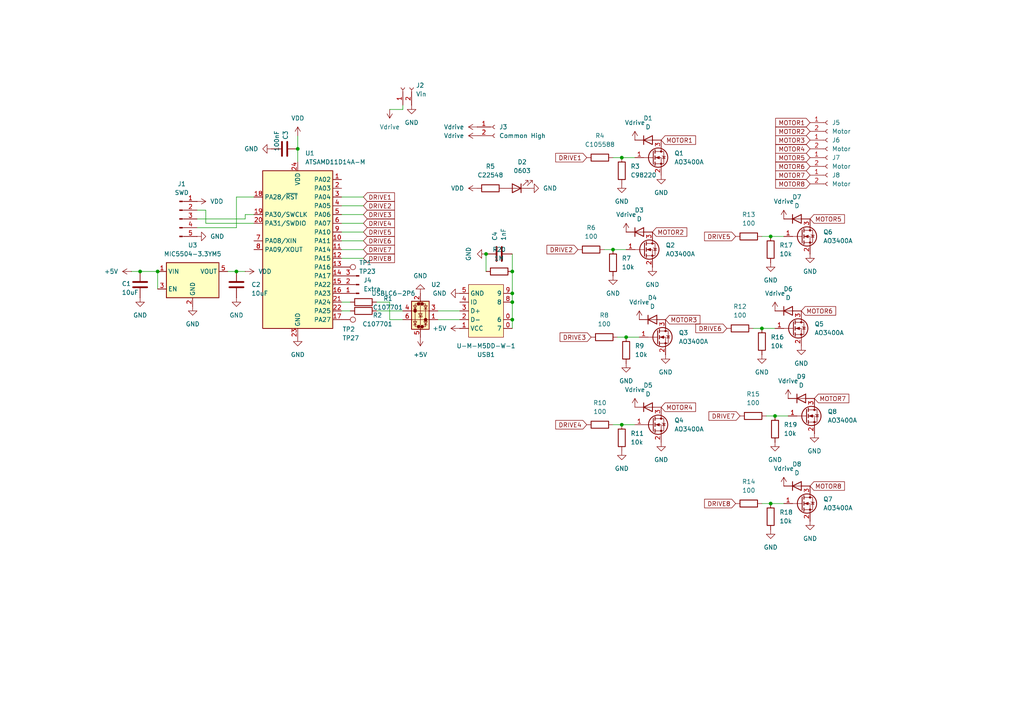
<source format=kicad_sch>
(kicad_sch (version 20250114) (generator "eeschema") (generator_version "9.0")
  (paper "A4")
  (lib_symbols
    (symbol "C145778:U-M-M5DD-W-1"
      (property "Reference" "USB" (at 0 12.7 0))
      (property "Value" "U-M-M5DD-W-1" (at 0 -12.7 0))
      (symbol "U-M-M5DD-W-1_0_1"
        (rectangle (start -7.62 5.08) (end 7.62 -5.08) (fill (type background)))
        (pin input line (at -5.08 7.62 270) (length 2.54) (name "VCC") (number "1"))
        (pin unspecified line (at -5.08 -7.62 90) (length 2.54) (name "7") (number "0"))
        (pin input line (at -2.54 7.62 270) (length 2.54) (name "D-") (number "2"))
        (pin unspecified line (at -2.54 -7.62 90) (length 2.54) (name "6") (number "0"))
        (pin input line (at 0 7.62 270) (length 2.54) (name "D+") (number "3"))
        (pin input line (at 2.54 7.62 270) (length 2.54) (name "ID") (number "4"))
        (pin unspecified line (at 2.54 -7.62 90) (length 2.54) (name "8") (number "8"))
        (pin input line (at 5.08 7.62 270) (length 2.54) (name "GND") (number "5"))
        (pin unspecified line (at 5.08 -7.62 90) (length 2.54) (name "9") (number "9"))
      )
    )
    (symbol "Connector:Conn_01x02_Socket" (pin_names (offset 1.016) (hide yes))
      (property "Reference" "J" (at 0 2.54 0))
      (property "Value" "Conn_01x02_Socket" (at 0 -5.08 0))
      (symbol "Conn_01x02_Socket_1_1"
        (polyline (pts (xy -1.27 0) (xy -0.508 0)) (stroke (width 0.1524)))
        (polyline (pts (xy -1.27 -2.54) (xy -0.508 -2.54)) (stroke (width 0.1524)))
        (arc (start 0 -0.508) (mid -0.5058 0) (end 0 0.508) (stroke (width 0.1524)))
        (arc (start 0 -3.048) (mid -0.5058 -2.54) (end 0 -2.032) (stroke (width 0.1524)))
        (pin passive line (at -5.08 0 0) (length 3.81) (name "Pin_1") (number "1"))
        (pin passive line (at -5.08 -2.54 0) (length 3.81) (name "Pin_2") (number "2"))
      )
    )
    (symbol "Connector:Conn_01x03_Pin" (pin_names (offset 1.016) (hide yes))
      (property "Reference" "J" (at 0 5.08 0))
      (property "Value" "Conn_01x03_Pin" (at 0 -5.08 0))
      (symbol "Conn_01x03_Pin_1_1"
        (rectangle (start 0.8636 2.667) (end 0 2.413) (stroke (width 0.1524)) (fill (type outline)))
        (rectangle (start 0.8636 0.127) (end 0 -0.127) (stroke (width 0.1524)) (fill (type outline)))
        (rectangle (start 0.8636 -2.413) (end 0 -2.667) (stroke (width 0.1524)) (fill (type outline)))
        (polyline (pts (xy 1.27 2.54) (xy 0.8636 2.54)) (stroke (width 0.1524)))
        (polyline (pts (xy 1.27 0) (xy 0.8636 0)) (stroke (width 0.1524)))
        (polyline (pts (xy 1.27 -2.54) (xy 0.8636 -2.54)) (stroke (width 0.1524)))
        (pin passive line (at 5.08 2.54 180) (length 3.81) (name "Pin_1") (number "1"))
        (pin passive line (at 5.08 0 180) (length 3.81) (name "Pin_2") (number "2"))
        (pin passive line (at 5.08 -2.54 180) (length 3.81) (name "Pin_3") (number "3"))
      )
    )
    (symbol "Connector:Conn_01x05_Pin" (pin_names (offset 1.016) (hide yes))
      (property "Reference" "J" (at 0 7.62 0))
      (property "Value" "Conn_01x05_Pin" (at 0 -7.62 0))
      (symbol "Conn_01x05_Pin_1_1"
        (rectangle (start 0.8636 5.207) (end 0 4.953) (stroke (width 0.1524)) (fill (type outline)))
        (rectangle (start 0.8636 2.667) (end 0 2.413) (stroke (width 0.1524)) (fill (type outline)))
        (rectangle (start 0.8636 0.127) (end 0 -0.127) (stroke (width 0.1524)) (fill (type outline)))
        (rectangle (start 0.8636 -2.413) (end 0 -2.667) (stroke (width 0.1524)) (fill (type outline)))
        (rectangle (start 0.8636 -4.953) (end 0 -5.207) (stroke (width 0.1524)) (fill (type outline)))
        (polyline (pts (xy 1.27 5.08) (xy 0.8636 5.08)) (stroke (width 0.1524)))
        (polyline (pts (xy 1.27 2.54) (xy 0.8636 2.54)) (stroke (width 0.1524)))
        (polyline (pts (xy 1.27 0) (xy 0.8636 0)) (stroke (width 0.1524)))
        (polyline (pts (xy 1.27 -2.54) (xy 0.8636 -2.54)) (stroke (width 0.1524)))
        (polyline (pts (xy 1.27 -5.08) (xy 0.8636 -5.08)) (stroke (width 0.1524)))
        (pin passive line (at 5.08 5.08 180) (length 3.81) (name "Pin_1") (number "1"))
        (pin passive line (at 5.08 2.54 180) (length 3.81) (name "Pin_2") (number "2"))
        (pin passive line (at 5.08 0 180) (length 3.81) (name "Pin_3") (number "3"))
        (pin passive line (at 5.08 -2.54 180) (length 3.81) (name "Pin_4") (number "4"))
        (pin passive line (at 5.08 -5.08 180) (length 3.81) (name "Pin_5") (number "5"))
      )
    )
    (symbol "Connector:TestPoint" (pin_numbers (hide yes)) (pin_names (offset 0.762) (hide yes))
      (property "Reference" "TP" (at 0 6.858 0))
      (property "Value" "TestPoint" (at 0 5.08 0))
      (symbol "TestPoint_0_1"
        (circle (center 0 3.302) (radius 0.762))
      )
      (symbol "TestPoint_1_1"
        (pin passive line (at 0 0 90) (length 2.54) (name "1") (number "1"))
      )
    )
    (symbol "Device:C" (pin_numbers (hide yes)) (pin_names (offset 0.254))
      (property "Reference" "C" (at 0.635 2.54 0))
      (property "Value" "C" (at 0.635 -2.54 0))
      (symbol "C_0_1"
        (polyline (pts (xy -2.032 0.762) (xy 2.032 0.762)) (stroke (width 0.508)))
        (polyline (pts (xy -2.032 -0.762) (xy 2.032 -0.762)) (stroke (width 0.508)))
      )
      (symbol "C_1_1"
        (pin passive line (at 0 3.81 270) (length 2.794) (name "~") (number "1"))
        (pin passive line (at 0 -3.81 90) (length 2.794) (name "~") (number "2"))
      )
    )
    (symbol "Device:D" (pin_numbers (hide yes)) (pin_names (offset 1.016) (hide yes))
      (property "Reference" "D" (at 0 2.54 0))
      (property "Value" "D" (at 0 -2.54 0))
      (symbol "D_0_1"
        (polyline (pts (xy -1.27 1.27) (xy -1.27 -1.27)) (stroke (width 0.254)))
        (polyline (pts (xy 1.27 1.27) (xy 1.27 -1.27) (xy -1.27 0) (xy 1.27 1.27)) (stroke (width 0.254)))
        (polyline (pts (xy 1.27 0) (xy -1.27 0)))
      )
      (symbol "D_1_1"
        (pin passive line (at -3.81 0 0) (length 2.54) (name "K") (number "1"))
        (pin passive line (at 3.81 0 180) (length 2.54) (name "A") (number "2"))
      )
    )
    (symbol "Device:LED" (pin_numbers (hide yes)) (pin_names (offset 1.016) (hide yes))
      (property "Reference" "D" (at 0 2.54 0))
      (property "Value" "LED" (at 0 -2.54 0))
      (symbol "LED_0_1"
        (polyline (pts (xy -3.048 -0.762) (xy -4.572 -2.286) (xy -3.81 -2.286) (xy -4.572 -2.286) (xy -4.572 -1.524)))
        (polyline (pts (xy -1.778 -0.762) (xy -3.302 -2.286) (xy -2.54 -2.286) (xy -3.302 -2.286) (xy -3.302 -1.524)))
        (polyline (pts (xy -1.27 0) (xy 1.27 0)))
        (polyline (pts (xy -1.27 -1.27) (xy -1.27 1.27)) (stroke (width 0.254)))
        (polyline (pts (xy 1.27 -1.27) (xy 1.27 1.27) (xy -1.27 0) (xy 1.27 -1.27)) (stroke (width 0.254)))
      )
      (symbol "LED_1_1"
        (pin passive line (at -3.81 0 0) (length 2.54) (name "K") (number "1"))
        (pin passive line (at 3.81 0 180) (length 2.54) (name "A") (number "2"))
      )
    )
    (symbol "Device:R" (pin_numbers (hide yes)) (pin_names (offset 0))
      (property "Reference" "R" (at 2.032 0 90))
      (property "Value" "R" (at 0 0 90))
      (symbol "R_0_1"
        (rectangle (start -1.016 -2.54) (end 1.016 2.54) (stroke (width 0.254)))
      )
      (symbol "R_1_1"
        (pin passive line (at 0 3.81 270) (length 1.27) (name "~") (number "1"))
        (pin passive line (at 0 -3.81 90) (length 1.27) (name "~") (number "2"))
      )
    )
    (symbol "MCU_Microchip_SAMD:ATSAMD11D14A-M"
      (property "Reference" "U" (at -10.16 24.13 0))
      (property "Value" "ATSAMD11D14A-M" (at 1.27 24.13 0))
      (symbol "ATSAMD11D14A-M_0_1"
        (rectangle (start -10.16 22.86) (end 10.16 -22.86) (stroke (width 0.254)) (fill (type background)))
      )
      (symbol "ATSAMD11D14A-M_1_1"
        (pin bidirectional line (at -12.7 15.24 0) (length 2.54) (name "PA28/~{RST}") (number "18"))
        (pin bidirectional line (at -12.7 10.16 0) (length 2.54) (name "PA30/SWCLK") (number "19"))
        (pin bidirectional line (at -12.7 7.62 0) (length 2.54) (name "PA31/SWDIO") (number "20"))
        (pin bidirectional line (at -12.7 2.54 0) (length 2.54) (name "PA08/XIN") (number "7"))
        (pin bidirectional line (at -12.7 0 0) (length 2.54) (name "PA09/XOUT") (number "8"))
        (pin power_in line (at 0 25.4 270) (length 2.54) (name "VDD") (number "24"))
        (pin power_in line (at 0 -25.4 90) (length 2.54) (name "GND") (number "23"))
        (pin bidirectional line (at 12.7 20.32 180) (length 2.54) (name "PA02") (number "1"))
        (pin bidirectional line (at 12.7 17.78 180) (length 2.54) (name "PA03") (number "2"))
        (pin bidirectional line (at 12.7 15.24 180) (length 2.54) (name "PA04") (number "3"))
        (pin bidirectional line (at 12.7 12.7 180) (length 2.54) (name "PA05") (number "4"))
        (pin bidirectional line (at 12.7 10.16 180) (length 2.54) (name "PA06") (number "5"))
        (pin bidirectional line (at 12.7 7.62 180) (length 2.54) (name "PA07") (number "6"))
        (pin bidirectional line (at 12.7 5.08 180) (length 2.54) (name "PA10") (number "9"))
        (pin bidirectional line (at 12.7 2.54 180) (length 2.54) (name "PA11") (number "10"))
        (pin bidirectional line (at 12.7 0 180) (length 2.54) (name "PA14") (number "11"))
        (pin bidirectional line (at 12.7 -2.54 180) (length 2.54) (name "PA15") (number "12"))
        (pin bidirectional line (at 12.7 -5.08 180) (length 2.54) (name "PA16") (number "13"))
        (pin bidirectional line (at 12.7 -7.62 180) (length 2.54) (name "PA17") (number "14"))
        (pin bidirectional line (at 12.7 -10.16 180) (length 2.54) (name "PA22") (number "15"))
        (pin bidirectional line (at 12.7 -12.7 180) (length 2.54) (name "PA23") (number "16"))
        (pin bidirectional line (at 12.7 -15.24 180) (length 2.54) (name "PA24") (number "21"))
        (pin bidirectional line (at 12.7 -17.78 180) (length 2.54) (name "PA25") (number "22"))
        (pin bidirectional line (at 12.7 -20.32 180) (length 2.54) (name "PA27") (number "17"))
      )
    )
    (symbol "Power_Protection:USBLC6-2P6" (pin_names (hide yes))
      (property "Reference" "U" (at 0.635 5.715 0))
      (property "Value" "USBLC6-2P6" (at 0.635 3.81 0))
      (symbol "USBLC6-2P6_0_0"
        (circle (center -1.524 0) (radius 0.0001) (stroke (width 0.508)))
        (circle (center -0.508 2.032) (radius 0.0001) (stroke (width 0.508)))
        (circle (center -0.508 -4.572) (radius 0.0001) (stroke (width 0.508)))
        (circle (center 0.508 2.032) (radius 0.0001) (stroke (width 0.508)))
        (circle (center 0.508 -4.572) (radius 0.0001) (stroke (width 0.508)))
        (circle (center 1.524 -2.54) (radius 0.0001) (stroke (width 0.508)))
      )
      (symbol "USBLC6-2P6_0_1"
        (polyline (pts (xy -2.54 0) (xy 2.54 0)))
        (polyline (pts (xy -2.54 -2.54) (xy 2.54 -2.54)))
        (polyline (pts (xy -2.032 0.508) (xy -1.016 0.508) (xy -1.524 1.524) (xy -2.032 0.508)))
        (polyline (pts (xy -2.032 -3.048) (xy -1.016 -3.048)))
        (polyline (pts (xy -1.016 1.524) (xy -2.032 1.524)))
        (polyline (pts (xy -1.016 -4.064) (xy -2.032 -4.064) (xy -1.524 -3.048) (xy -1.016 -4.064)))
        (polyline (pts (xy -0.508 -1.143) (xy -0.508 -0.762) (xy 0.508 -0.762)))
        (polyline (pts (xy 0 2.54) (xy -0.508 2.032) (xy 0.508 2.032) (xy 0 1.524) (xy 0 -4.064) (xy -0.508 -4.572) (xy 0.508 -4.572) (xy 0 -5.08)))
        (polyline (pts (xy 0.508 -1.778) (xy -0.508 -1.778) (xy 0 -0.762) (xy 0.508 -1.778)))
        (polyline (pts (xy 1.016 1.524) (xy 2.032 1.524)))
        (polyline (pts (xy 1.016 -3.048) (xy 2.032 -3.048)))
        (polyline (pts (xy 2.032 0.508) (xy 1.016 0.508) (xy 1.524 1.524) (xy 2.032 0.508)))
        (polyline (pts (xy 2.032 -4.064) (xy 1.016 -4.064) (xy 1.524 -3.048) (xy 2.032 -4.064)))
      )
      (symbol "USBLC6-2P6_1_1"
        (rectangle (start -2.54 2.794) (end 2.54 -5.334) (stroke (width 0.254)) (fill (type background)))
        (polyline (pts (xy -0.508 2.032) (xy -1.524 2.032) (xy -1.524 -4.572) (xy -0.508 -4.572)))
        (polyline (pts (xy 0.508 -4.572) (xy 1.524 -4.572) (xy 1.524 2.032) (xy 0.508 2.032)))
        (pin passive line (at -5.08 0 0) (length 2.54) (name "I/O1") (number "1"))
        (pin passive line (at -5.08 -2.54 0) (length 2.54) (name "I/O2") (number "3"))
        (pin passive line (at 0 5.08 270) (length 2.54) (name "VBUS") (number "5"))
        (pin passive line (at 0 -7.62 90) (length 2.54) (name "GND") (number "2"))
        (pin passive line (at 5.08 0 180) (length 2.54) (name "I/O1") (number "6"))
        (pin passive line (at 5.08 -2.54 180) (length 2.54) (name "I/O2") (number "4"))
      )
    )
    (symbol "Regulator_Linear:MIC5504-3.3YM5"
      (property "Reference" "U" (at -7.62 8.89 0))
      (property "Value" "MIC5504-3.3YM5" (at -7.62 6.35 0))
      (symbol "MIC5504-3.3YM5_0_1"
        (rectangle (start -7.62 -5.08) (end 7.62 5.08) (stroke (width 0.254)) (fill (type background)))
      )
      (symbol "MIC5504-3.3YM5_1_1"
        (pin power_in line (at -10.16 2.54 0) (length 2.54) (name "VIN") (number "1"))
        (pin input line (at -10.16 -2.54 0) (length 2.54) (name "EN") (number "3"))
        (pin power_in line (at 0 -7.62 90) (length 2.54) (name "GND") (number "2"))
        (pin no_connect line (at 7.62 -2.54 180) (length 2.54) (hide yes) (name "NC") (number "4"))
        (pin power_out line (at 10.16 2.54 180) (length 2.54) (name "VOUT") (number "5"))
      )
    )
    (symbol "Transistor_FET:AO3400A" (pin_names (hide yes))
      (property "Reference" "Q" (at 5.08 1.905 0))
      (property "Value" "AO3400A" (at 5.08 0 0))
      (symbol "AO3400A_0_1"
        (polyline (pts (xy 0.254 1.905) (xy 0.254 -1.905)) (stroke (width 0.254)))
        (polyline (pts (xy 0.254 0) (xy -2.54 0)))
        (polyline (pts (xy 0.762 2.286) (xy 0.762 1.27)) (stroke (width 0.254)))
        (polyline (pts (xy 0.762 0.508) (xy 0.762 -0.508)) (stroke (width 0.254)))
        (polyline (pts (xy 0.762 -1.27) (xy 0.762 -2.286)) (stroke (width 0.254)))
        (polyline (pts (xy 0.762 -1.778) (xy 3.302 -1.778) (xy 3.302 1.778) (xy 0.762 1.778)))
        (polyline (pts (xy 1.016 0) (xy 2.032 0.381) (xy 2.032 -0.381) (xy 1.016 0)) (fill (type outline)))
        (circle (center 1.651 0) (radius 2.794) (stroke (width 0.254)))
        (polyline (pts (xy 2.54 2.54) (xy 2.54 1.778)))
        (circle (center 2.54 1.778) (radius 0.254) (fill (type outline)))
        (circle (center 2.54 -1.778) (radius 0.254) (fill (type outline)))
        (polyline (pts (xy 2.54 -2.54) (xy 2.54 0) (xy 0.762 0)))
        (polyline (pts (xy 2.794 0.508) (xy 2.921 0.381) (xy 3.683 0.381) (xy 3.81 0.254)))
        (polyline (pts (xy 3.302 0.381) (xy 2.921 -0.254) (xy 3.683 -0.254) (xy 3.302 0.381)))
      )
      (symbol "AO3400A_1_1"
        (pin input line (at -5.08 0 0) (length 2.54) (name "G") (number "1"))
        (pin passive line (at 2.54 5.08 270) (length 2.54) (name "D") (number "3"))
        (pin passive line (at 2.54 -5.08 90) (length 2.54) (name "S") (number "2"))
      )
    )
    (symbol "power:+5V" (power) (pin_numbers (hide yes)) (pin_names (offset 0) (hide yes))
      (property "Value" "+5V" (at 0 3.556 0))
      (symbol "+5V_0_1"
        (polyline (pts (xy -0.762 1.27) (xy 0 2.54)))
        (polyline (pts (xy 0 2.54) (xy 0.762 1.27)))
        (polyline (pts (xy 0 0) (xy 0 2.54)))
      )
      (symbol "+5V_1_1"
        (pin power_in line (at 0 0 90) (length 0) (name "~") (number "1"))
      )
    )
    (symbol "power:GND" (power) (pin_numbers (hide yes)) (pin_names (offset 0) (hide yes))
      (property "Value" "GND" (at 0 -3.81 0))
      (symbol "GND_0_1"
        (polyline (pts (xy 0 0) (xy 0 -1.27) (xy 1.27 -1.27) (xy 0 -2.54) (xy -1.27 -1.27) (xy 0 -1.27)))
      )
      (symbol "GND_1_1"
        (pin power_in line (at 0 0 270) (length 0) (name "~") (number "1"))
      )
    )
    (symbol "power:VDD" (power) (pin_numbers (hide yes)) (pin_names (offset 0) (hide yes))
      (property "Value" "VDD" (at 0 3.556 0))
      (symbol "VDD_0_1"
        (polyline (pts (xy -0.762 1.27) (xy 0 2.54)))
        (polyline (pts (xy 0 2.54) (xy 0.762 1.27)))
        (polyline (pts (xy 0 0) (xy 0 2.54)))
      )
      (symbol "VDD_1_1"
        (pin power_in line (at 0 0 90) (length 0) (name "~") (number "1"))
      )
    )
    (symbol "power:Vdrive" (power) (pin_numbers (hide yes)) (pin_names (offset 0) (hide yes))
      (property "Value" "Vdrive" (at 0 3.556 0))
      (symbol "Vdrive_0_1"
        (polyline (pts (xy -0.762 1.27) (xy 0 2.54)))
        (polyline (pts (xy 0 2.54) (xy 0.762 1.27)))
        (polyline (pts (xy 0 0) (xy 0 2.54)))
      )
      (symbol "Vdrive_1_1"
        (pin power_in line (at 0 0 90) (length 0) (name "~") (number "1"))
      )
    )
  )
  (junction (at 224.79 120.65))
  (junction (at 180.34 123.19))
  (junction (at 148.59 78.74))
  (junction (at 223.52 146.05))
  (junction (at 177.8 72.39))
  (junction (at 181.61 97.79))
  (junction (at 223.52 68.58))
  (junction (at 148.59 85.09))
  (junction (at 220.98 95.25))
  (junction (at 148.59 92.71))
  (junction (at 148.59 87.63))
  (junction (at 45.72 78.74))
  (junction (at 40.64 78.74))
  (junction (at 86.36 43.18))
  (junction (at 180.34 45.72))
  (junction (at 68.58 78.74))
  (junction (at 140.97 73.66))
  (wire (pts (xy 86.36 43.18) (xy 86.36 46.99)))
  (wire (pts (xy 99.06 69.85) (xy 105.41 69.85)))
  (wire (pts (xy 99.06 64.77) (xy 105.41 64.77)))
  (wire (pts (xy 109.22 90.17) (xy 116.84 90.17)))
  (wire (pts (xy 223.52 146.05) (xy 227.33 146.05)))
  (wire (pts (xy 177.8 45.72) (xy 180.34 45.72)))
  (wire (pts (xy 220.98 95.25) (xy 224.79 95.25)))
  (wire (pts (xy 71.12 63.5) (xy 71.12 62.23)))
  (wire (pts (xy 109.22 87.63) (xy 113.03 87.63)))
  (wire (pts (xy 71.12 62.23) (xy 73.66 62.23)))
  (wire (pts (xy 71.12 78.74) (xy 68.58 78.74)))
  (wire (pts (xy 73.66 64.77) (xy 59.69 64.77)))
  (wire (pts (xy 222.25 120.65) (xy 224.79 120.65)))
  (wire (pts (xy 99.06 59.69) (xy 105.41 59.69)))
  (wire (pts (xy 68.58 66.04) (xy 57.15 66.04)))
  (wire (pts (xy 175.26 72.39) (xy 177.8 72.39)))
  (wire (pts (xy 148.59 78.74) (xy 148.59 85.09)))
  (wire (pts (xy 59.69 60.96) (xy 57.15 60.96)))
  (wire (pts (xy 177.8 72.39) (xy 181.61 72.39)))
  (wire (pts (xy 59.69 64.77) (xy 59.69 60.96)))
  (wire (pts (xy 38.1 78.74) (xy 40.64 78.74)))
  (wire (pts (xy 113.03 92.71) (xy 116.84 92.71)))
  (wire (pts (xy 148.59 92.71) (xy 148.59 95.25)))
  (wire (pts (xy 99.06 72.39) (xy 105.41 72.39)))
  (wire (pts (xy 140.97 73.66) (xy 140.97 78.74)))
  (wire (pts (xy 45.72 78.74) (xy 45.72 83.82)))
  (wire (pts (xy 68.58 57.15) (xy 68.58 66.04)))
  (wire (pts (xy 180.34 123.19) (xy 184.15 123.19)))
  (wire (pts (xy 127 90.17) (xy 133.35 90.17)))
  (wire (pts (xy 177.8 123.19) (xy 180.34 123.19)))
  (wire (pts (xy 148.59 87.63) (xy 148.59 92.71)))
  (wire (pts (xy 180.34 45.72) (xy 184.15 45.72)))
  (wire (pts (xy 68.58 78.74) (xy 66.04 78.74)))
  (wire (pts (xy 218.44 95.25) (xy 220.98 95.25)))
  (wire (pts (xy 57.15 63.5) (xy 71.12 63.5)))
  (wire (pts (xy 73.66 57.15) (xy 68.58 57.15)))
  (wire (pts (xy 148.59 73.66) (xy 148.59 78.74)))
  (wire (pts (xy 220.98 68.58) (xy 223.52 68.58)))
  (wire (pts (xy 116.84 31.75) (xy 116.84 30.48)))
  (wire (pts (xy 220.98 146.05) (xy 223.52 146.05)))
  (wire (pts (xy 99.06 57.15) (xy 105.41 57.15)))
  (wire (pts (xy 223.52 68.58) (xy 227.33 68.58)))
  (wire (pts (xy 181.61 97.79) (xy 185.42 97.79)))
  (wire (pts (xy 86.36 39.37) (xy 86.36 43.18)))
  (wire (pts (xy 179.07 97.79) (xy 181.61 97.79)))
  (wire (pts (xy 113.03 92.71) (xy 113.03 87.63)))
  (wire (pts (xy 101.6 90.17) (xy 99.06 90.17)))
  (wire (pts (xy 148.59 85.09) (xy 148.59 87.63)))
  (wire (pts (xy 99.06 67.31) (xy 105.41 67.31)))
  (wire (pts (xy 99.06 62.23) (xy 105.41 62.23)))
  (wire (pts (xy 101.6 87.63) (xy 99.06 87.63)))
  (wire (pts (xy 113.03 31.75) (xy 116.84 31.75)))
  (wire (pts (xy 99.06 74.93) (xy 105.41 74.93)))
  (wire (pts (xy 40.64 78.74) (xy 45.72 78.74)))
  (wire (pts (xy 224.79 120.65) (xy 228.6 120.65)))
  (wire (pts (xy 127 92.71) (xy 133.35 92.71)))
  (global_label "DRIVE4" (shape input) (at 105.41 64.77 0) (property "Intersheetrefs" "${INTERSHEET_REFS}" (effects (hide yes))))
  (global_label "MOTOR7" (shape input) (at 236.22 115.57 0) (property "Intersheetrefs" "${INTERSHEET_REFS}" (effects (hide yes))))
  (global_label "MOTOR4" (shape input) (at 234.95 43.18 180) (property "Intersheetrefs" "${INTERSHEET_REFS}" (effects (hide yes))))
  (global_label "DRIVE2" (shape input) (at 167.64 72.39 180) (property "Intersheetrefs" "${INTERSHEET_REFS}" (effects (hide yes))))
  (global_label "DRIVE8" (shape input) (at 213.36 146.05 180) (property "Intersheetrefs" "${INTERSHEET_REFS}" (effects (hide yes))))
  (global_label "MOTOR5" (shape input) (at 234.95 63.5 0) (property "Intersheetrefs" "${INTERSHEET_REFS}" (effects (hide yes))))
  (global_label "MOTOR1" (shape input) (at 234.95 35.56 180) (property "Intersheetrefs" "${INTERSHEET_REFS}" (effects (hide yes))))
  (global_label "MOTOR2" (shape input) (at 234.95 38.1 180) (property "Intersheetrefs" "${INTERSHEET_REFS}" (effects (hide yes))))
  (global_label "MOTOR8" (shape input) (at 234.95 140.97 0) (property "Intersheetrefs" "${INTERSHEET_REFS}" (effects (hide yes))))
  (global_label "DRIVE7" (shape input) (at 105.41 72.39 0) (property "Intersheetrefs" "${INTERSHEET_REFS}" (effects (hide yes))))
  (global_label "DRIVE7" (shape input) (at 214.63 120.65 180) (property "Intersheetrefs" "${INTERSHEET_REFS}" (effects (hide yes))))
  (global_label "MOTOR1" (shape input) (at 191.77 40.64 0) (property "Intersheetrefs" "${INTERSHEET_REFS}" (effects (hide yes))))
  (global_label "MOTOR8" (shape input) (at 234.95 53.34 180) (property "Intersheetrefs" "${INTERSHEET_REFS}" (effects (hide yes))))
  (global_label "DRIVE1" (shape input) (at 105.41 57.15 0) (property "Intersheetrefs" "${INTERSHEET_REFS}" (effects (hide yes))))
  (global_label "DRIVE4" (shape input) (at 170.18 123.19 180) (property "Intersheetrefs" "${INTERSHEET_REFS}" (effects (hide yes))))
  (global_label "MOTOR6" (shape input) (at 232.41 90.17 0) (property "Intersheetrefs" "${INTERSHEET_REFS}" (effects (hide yes))))
  (global_label "DRIVE3" (shape input) (at 171.45 97.79 180) (property "Intersheetrefs" "${INTERSHEET_REFS}" (effects (hide yes))))
  (global_label "MOTOR3" (shape input) (at 193.04 92.71 0) (property "Intersheetrefs" "${INTERSHEET_REFS}" (effects (hide yes))))
  (global_label "MOTOR7" (shape input) (at 234.95 50.8 180) (property "Intersheetrefs" "${INTERSHEET_REFS}" (effects (hide yes))))
  (global_label "MOTOR3" (shape input) (at 234.95 40.64 180) (property "Intersheetrefs" "${INTERSHEET_REFS}" (effects (hide yes))))
  (global_label "MOTOR2" (shape input) (at 189.23 67.31 0) (property "Intersheetrefs" "${INTERSHEET_REFS}" (effects (hide yes))))
  (global_label "DRIVE1" (shape input) (at 170.18 45.72 180) (property "Intersheetrefs" "${INTERSHEET_REFS}" (effects (hide yes))))
  (global_label "DRIVE5" (shape input) (at 105.41 67.31 0) (property "Intersheetrefs" "${INTERSHEET_REFS}" (effects (hide yes))))
  (global_label "DRIVE8" (shape input) (at 105.41 74.93 0) (property "Intersheetrefs" "${INTERSHEET_REFS}" (effects (hide yes))))
  (global_label "MOTOR6" (shape input) (at 234.95 48.26 180) (property "Intersheetrefs" "${INTERSHEET_REFS}" (effects (hide yes))))
  (global_label "MOTOR5" (shape input) (at 234.95 45.72 180) (property "Intersheetrefs" "${INTERSHEET_REFS}" (effects (hide yes))))
  (global_label "MOTOR4" (shape input) (at 191.77 118.11 0) (property "Intersheetrefs" "${INTERSHEET_REFS}" (effects (hide yes))))
  (global_label "DRIVE3" (shape input) (at 105.41 62.23 0) (property "Intersheetrefs" "${INTERSHEET_REFS}" (effects (hide yes))))
  (global_label "DRIVE6" (shape input) (at 210.82 95.25 180) (property "Intersheetrefs" "${INTERSHEET_REFS}" (effects (hide yes))))
  (global_label "DRIVE6" (shape input) (at 105.41 69.85 0) (property "Intersheetrefs" "${INTERSHEET_REFS}" (effects (hide yes))))
  (global_label "DRIVE2" (shape input) (at 105.41 59.69 0) (property "Intersheetrefs" "${INTERSHEET_REFS}" (effects (hide yes))))
  (global_label "DRIVE5" (shape input) (at 213.36 68.58 180) (property "Intersheetrefs" "${INTERSHEET_REFS}" (effects (hide yes))))
  (symbol (lib_id "Device:R") (at 171.45 72.39 90) (unit 1)
    (property "Reference" "R6" (at 171.45 66.04 90))
    (property "Value" "100" (at 171.45 68.58 90))
    (property "Footprint" "Resistor_SMD:R_0603_1608Metric" (effects (hide yes)))
    (property "Description" "Resistor" (effects (hide yes)))
  )
  (symbol (lib_id "Device:R") (at 218.44 120.65 90) (unit 1)
    (property "Reference" "R15" (at 218.44 114.3 90))
    (property "Value" "100" (at 218.44 116.84 90))
    (property "Footprint" "Resistor_SMD:R_0603_1608Metric" (effects (hide yes)))
    (property "Description" "Resistor" (effects (hide yes)))
  )
  (symbol (lib_id "Transistor_FET:AO3400A") (at 186.69 72.39 0) (unit 1)
    (property "Reference" "Q2" (at 193.04 71.1199 0) (effects (justify left)))
    (property "Value" "AO3400A" (at 193.04 73.6599 0) (effects (justify left)))
    (property "Footprint" "Package_TO_SOT_SMD:SOT-23" (effects (hide yes)))
    (property "Datasheet" "http://www.aosmd.com/pdfs/datasheet/AO3400A.pdf" (effects (hide yes)))
    (property "Description" "30V Vds, 5.7A Id, N-Channel MOSFET, SOT-23" (effects (hide yes)))
  )
  (symbol (lib_id "power:GND") (at 236.22 125.73 0) (unit 1)
    (property "Reference" "#PWR044" (effects (hide yes)))
    (property "Value" "GND" (at 236.22 130.81 0))
    (property "Description" "Power symbol creates a global label with name \"GND\" , ground" (effects (hide yes)))
  )
  (symbol (lib_id "Device:R") (at 105.41 90.17 270) (unit 1)
    (property "Reference" "R2" (at 109.474 91.44 90))
    (property "Value" "C107701" (at 109.474 93.98 90))
    (property "Footprint" "Resistor_SMD:R_0603_1608Metric" (effects (hide yes)))
    (property "Description" "Resistor" (effects (hide yes)))
  )
  (symbol (lib_id "Device:R") (at 105.41 87.63 90) (unit 1)
    (property "Reference" "R1" (at 112.522 86.614 90))
    (property "Value" "C107701" (at 112.522 89.154 90))
    (property "Footprint" "Resistor_SMD:R_0603_1608Metric" (effects (hide yes)))
    (property "Description" "Resistor" (effects (hide yes)))
  )
  (symbol (lib_id "power:GND") (at 180.34 53.34 0) (unit 1)
    (property "Reference" "#PWR020" (effects (hide yes)))
    (property "Value" "GND" (at 180.34 58.42 0))
    (property "Description" "Power symbol creates a global label with name \"GND\" , ground" (effects (hide yes)))
  )
  (symbol (lib_id "Connector:TestPoint") (at 99.06 77.47 270) (unit 1)
    (property "Reference" "TP1" (at 104.14 76.1999 90) (effects (justify left)))
    (property "Value" "TP23" (at 104.14 78.7399 90) (effects (justify left)))
    (property "Footprint" "TestPoint:TestPoint_Pad_1.0x1.0mm" (effects (hide yes)))
    (property "Description" "test point" (effects (hide yes)))
  )
  (symbol (lib_id "Device:R") (at 223.52 149.86 0) (unit 1)
    (property "Reference" "R18" (at 226.06 148.5899 0) (effects (justify left)))
    (property "Value" "10k" (at 226.06 151.1299 0) (effects (justify left)))
    (property "Footprint" "Resistor_SMD:R_0603_1608Metric" (effects (hide yes)))
    (property "Description" "Resistor" (effects (hide yes)))
  )
  (symbol (lib_id "Device:D") (at 187.96 40.64 0) (unit 1)
    (property "Reference" "D1" (at 187.96 34.29 0))
    (property "Value" "D" (at 187.96 36.83 0))
    (property "Footprint" "Diode_SMD:D_SOD-123" (effects (hide yes)))
    (property "Description" "Diode" (effects (hide yes)))
    (property "Sim.Device" "D" (effects (hide yes)))
    (property "Sim.Pins" "1=K 2=A" (effects (hide yes)))
  )
  (symbol (lib_id "Device:C") (at 68.58 82.55 0) (unit 1)
    (property "Reference" "C2" (at 72.898 82.55 0) (effects (justify left)))
    (property "Value" "10uF" (at 72.898 85.09 0) (effects (justify left)))
    (property "Footprint" "Capacitor_SMD:C_0603_1608Metric" (effects (hide yes)))
    (property "Description" "Unpolarized capacitor" (effects (hide yes)))
  )
  (symbol (lib_id "power:GND") (at 232.41 100.33 0) (unit 1)
    (property "Reference" "#PWR041" (effects (hide yes)))
    (property "Value" "GND" (at 232.41 105.41 0))
    (property "Description" "Power symbol creates a global label with name \"GND\" , ground" (effects (hide yes)))
  )
  (symbol (lib_id "Device:R") (at 223.52 72.39 0) (unit 1)
    (property "Reference" "R17" (at 226.06 71.1199 0) (effects (justify left)))
    (property "Value" "10k" (at 226.06 73.6599 0) (effects (justify left)))
    (property "Footprint" "Resistor_SMD:R_0603_1608Metric" (effects (hide yes)))
    (property "Description" "Resistor" (effects (hide yes)))
  )
  (symbol (lib_id "power:GND") (at 223.52 153.67 0) (unit 1)
    (property "Reference" "#PWR035" (effects (hide yes)))
    (property "Value" "GND" (at 223.52 158.75 0))
    (property "Description" "Power symbol creates a global label with name \"GND\" , ground" (effects (hide yes)))
  )
  (symbol (lib_id "power:Vdrive") (at 184.15 118.11 0) (unit 1)
    (property "Reference" "#PWR031" (effects (hide yes)))
    (property "Value" "Vdrive" (at 184.15 113.03 0))
    (property "Description" "Power symbol creates a global label with name \"Vdrive\"" (effects (hide yes)))
  )
  (symbol (lib_id "power:GND") (at 133.35 85.09 270) (unit 1)
    (property "Reference" "#PWR01" (effects (hide yes)))
    (property "Value" "GND" (at 129.54 85.0899 90) (effects (justify right)))
    (property "Description" "Power symbol creates a global label with name \"GND\" , ground" (effects (hide yes)))
  )
  (symbol (lib_id "Device:D") (at 189.23 92.71 0) (unit 1)
    (property "Reference" "D4" (at 189.23 86.36 0))
    (property "Value" "D" (at 189.23 88.9 0))
    (property "Footprint" "Diode_SMD:D_SOD-123" (effects (hide yes)))
    (property "Description" "Diode" (effects (hide yes)))
    (property "Sim.Device" "D" (effects (hide yes)))
    (property "Sim.Pins" "1=K 2=A" (effects (hide yes)))
  )
  (symbol (lib_id "Connector:Conn_01x02_Socket") (at 240.03 35.56 0) (unit 1)
    (property "Reference" "J5" (at 241.3 35.5599 0) (effects (justify left)))
    (property "Value" "Motor" (at 241.3 38.0999 0) (effects (justify left)))
    (property "Footprint" "C695629:CONN-TH_DB301V-3.5-2P-GN" (effects (hide yes)))
    (property "Description" "Generic connector, single row, 01x02, script generated" (effects (hide yes)))
  )
  (symbol (lib_id "power:GND") (at 121.92 85.09 180) (unit 1)
    (property "Reference" "#PWR04" (effects (hide yes)))
    (property "Value" "GND" (at 121.92 80.01 0))
    (property "Description" "Power symbol creates a global label with name \"GND\" , ground" (effects (hide yes)))
  )
  (symbol (lib_id "C145778:U-M-M5DD-W-1") (at 140.97 90.17 90) (unit 1)
    (property "Reference" "USB1" (at 140.97 102.87 90))
    (property "Value" "U-M-M5DD-W-1" (at 140.97 100.33 90))
    (property "Footprint" "C145778:USB-MINI-SMD_U-M-M5DD-W-1" (effects (hide yes)))
    (property "Datasheet" "https://lcsc.com/product-detail/USB-Connectors_Korean-Hroparts-Elec-U-M-M5DD-W-1_C145778.html" (effects (hide yes)))
    (property "LCSC Part" "C145778" (effects (hide yes)))
  )
  (symbol (lib_id "power:+5V") (at 121.92 97.79 180) (unit 1)
    (property "Reference" "#PWR02" (effects (hide yes)))
    (property "Value" "+5V" (at 121.92 102.87 0))
    (property "Description" "Power symbol creates a global label with name \"+5V\"" (effects (hide yes)))
  )
  (symbol (lib_id "Device:C") (at 144.78 73.66 90) (unit 1)
    (property "Reference" "C4" (at 143.5099 69.85 0) (effects (justify left)))
    (property "Value" "1nF" (at 146.0499 69.85 0) (effects (justify left)))
    (property "Footprint" "Capacitor_SMD:C_0603_1608Metric" (effects (hide yes)))
    (property "Description" "Unpolarized capacitor" (effects (hide yes)))
  )
  (symbol (lib_id "Transistor_FET:AO3400A") (at 189.23 123.19 0) (unit 1)
    (property "Reference" "Q4" (at 195.58 121.9199 0) (effects (justify left)))
    (property "Value" "AO3400A" (at 195.58 124.4599 0) (effects (justify left)))
    (property "Footprint" "Package_TO_SOT_SMD:SOT-23" (effects (hide yes)))
    (property "Datasheet" "http://www.aosmd.com/pdfs/datasheet/AO3400A.pdf" (effects (hide yes)))
    (property "Description" "30V Vds, 5.7A Id, N-Channel MOSFET, SOT-23" (effects (hide yes)))
  )
  (symbol (lib_id "Transistor_FET:AO3400A") (at 229.87 95.25 0) (unit 1)
    (property "Reference" "Q5" (at 236.22 93.9799 0) (effects (justify left)))
    (property "Value" "AO3400A" (at 236.22 96.5199 0) (effects (justify left)))
    (property "Footprint" "Package_TO_SOT_SMD:SOT-23" (effects (hide yes)))
    (property "Datasheet" "http://www.aosmd.com/pdfs/datasheet/AO3400A.pdf" (effects (hide yes)))
    (property "Description" "30V Vds, 5.7A Id, N-Channel MOSFET, SOT-23" (effects (hide yes)))
  )
  (symbol (lib_id "Device:R") (at 214.63 95.25 90) (unit 1)
    (property "Reference" "R12" (at 214.63 88.9 90))
    (property "Value" "100" (at 214.63 91.44 90))
    (property "Footprint" "Resistor_SMD:R_0603_1608Metric" (effects (hide yes)))
    (property "Description" "Resistor" (effects (hide yes)))
  )
  (symbol (lib_id "Connector:Conn_01x02_Socket") (at 143.51 36.83 0) (unit 1)
    (property "Reference" "J3" (at 144.78 36.8299 0) (effects (justify left)))
    (property "Value" "Common High" (at 144.78 39.3699 0) (effects (justify left)))
    (property "Footprint" "C695629:CONN-TH_DB301V-3.5-2P-GN" (effects (hide yes)))
    (property "Description" "Generic connector, single row, 01x02, script generated" (effects (hide yes)))
  )
  (symbol (lib_id "Connector:Conn_01x02_Socket") (at 116.84 25.4 90) (unit 1)
    (property "Reference" "J2" (at 120.65 24.7649 90) (effects (justify right)))
    (property "Value" "Vin" (at 120.65 27.3049 90) (effects (justify right)))
    (property "Footprint" "C695629:CONN-TH_DB301V-3.5-2P-GN" (effects (hide yes)))
    (property "Description" "Generic connector, single row, 01x02, script generated" (effects (hide yes)))
  )
  (symbol (lib_id "Device:R") (at 173.99 45.72 90) (unit 1)
    (property "Reference" "R4" (at 173.99 39.37 90))
    (property "Value" "C105588" (at 173.99 41.91 90))
    (property "Footprint" "Resistor_SMD:R_0603_1608Metric" (effects (hide yes)))
    (property "Description" "Resistor" (effects (hide yes)))
  )
  (symbol (lib_id "Transistor_FET:AO3400A") (at 190.5 97.79 0) (unit 1)
    (property "Reference" "Q3" (at 196.85 96.5199 0) (effects (justify left)))
    (property "Value" "AO3400A" (at 196.85 99.0599 0) (effects (justify left)))
    (property "Footprint" "Package_TO_SOT_SMD:SOT-23" (effects (hide yes)))
    (property "Datasheet" "http://www.aosmd.com/pdfs/datasheet/AO3400A.pdf" (effects (hide yes)))
    (property "Description" "30V Vds, 5.7A Id, N-Channel MOSFET, SOT-23" (effects (hide yes)))
  )
  (symbol (lib_id "power:Vdrive") (at 138.43 39.37 90) (unit 1)
    (property "Reference" "#PWR018" (effects (hide yes)))
    (property "Value" "Vdrive" (at 134.62 39.3699 90) (effects (justify left)))
    (property "Description" "Power symbol creates a global label with name \"Vdrive\"" (effects (hide yes)))
  )
  (symbol (lib_id "Device:R") (at 224.79 124.46 0) (unit 1)
    (property "Reference" "R19" (at 227.33 123.1899 0) (effects (justify left)))
    (property "Value" "10k" (at 227.33 125.7299 0) (effects (justify left)))
    (property "Footprint" "Resistor_SMD:R_0603_1608Metric" (effects (hide yes)))
    (property "Description" "Resistor" (effects (hide yes)))
  )
  (symbol (lib_id "power:GND") (at 68.58 86.36 0) (unit 1)
    (property "Reference" "#PWR010" (effects (hide yes)))
    (property "Value" "GND" (at 68.58 91.44 0))
    (property "Description" "Power symbol creates a global label with name \"GND\" , ground" (effects (hide yes)))
  )
  (symbol (lib_id "power:GND") (at 55.88 88.9 0) (unit 1)
    (property "Reference" "#PWR06" (effects (hide yes)))
    (property "Value" "GND" (at 55.88 93.98 0))
    (property "Description" "Power symbol creates a global label with name \"GND\" , ground" (effects (hide yes)))
  )
  (symbol (lib_id "power:GND") (at 220.98 102.87 0) (unit 1)
    (property "Reference" "#PWR033" (effects (hide yes)))
    (property "Value" "GND" (at 220.98 107.95 0))
    (property "Description" "Power symbol creates a global label with name \"GND\" , ground" (effects (hide yes)))
  )
  (symbol (lib_id "Device:R") (at 142.24 54.61 90) (unit 1)
    (property "Reference" "R5" (at 142.24 48.26 90))
    (property "Value" "C22548" (at 142.24 50.8 90))
    (property "Footprint" "Resistor_SMD:R_0603_1608Metric" (effects (hide yes)))
    (property "Description" "Resistor" (effects (hide yes)))
  )
  (symbol (lib_id "power:Vdrive") (at 228.6 115.57 0) (unit 1)
    (property "Reference" "#PWR040" (effects (hide yes)))
    (property "Value" "Vdrive" (at 228.6 110.49 0))
    (property "Description" "Power symbol creates a global label with name \"Vdrive\"" (effects (hide yes)))
  )
  (symbol (lib_id "Connector:TestPoint") (at 99.06 92.71 270) (unit 1)
    (property "Reference" "TP2" (at 99.314 95.504 90) (effects (justify left)))
    (property "Value" "TP27" (at 99.314 98.044 90) (effects (justify left)))
    (property "Footprint" "TestPoint:TestPoint_Pad_1.0x1.0mm" (effects (hide yes)))
    (property "Description" "test point" (effects (hide yes)))
  )
  (symbol (lib_id "power:GND") (at 57.15 68.58 90) (unit 1)
    (property "Reference" "#PWR014" (effects (hide yes)))
    (property "Value" "GND" (at 60.96 68.5799 90) (effects (justify right)))
    (property "Description" "Power symbol creates a global label with name \"GND\" , ground" (effects (hide yes)))
  )
  (symbol (lib_id "power:VDD") (at 86.36 39.37 0) (unit 1)
    (property "Reference" "#PWR08" (effects (hide yes)))
    (property "Value" "VDD" (at 86.36 34.29 0))
    (property "Description" "Power symbol creates a global label with name \"VDD\"" (effects (hide yes)))
  )
  (symbol (lib_id "Regulator_Linear:MIC5504-3.3YM5") (at 55.88 81.28 0) (unit 1)
    (property "Reference" "U3" (at 55.88 71.12 0))
    (property "Value" "MIC5504-3.3YM5" (at 55.88 73.66 0))
    (property "Footprint" "Package_TO_SOT_SMD:SOT-23-5" (effects (hide yes)))
    (property "Datasheet" "http://ww1.microchip.com/downloads/en/DeviceDoc/MIC550X.pdf" (effects (hide yes)))
    (property "Description" "300mA Low-dropout Voltage Regulator, Vout 3.3V, Vin up to 5.5V, SOT-23" (effects (hide yes)))
  )
  (symbol (lib_id "Device:C") (at 82.55 43.18 270) (unit 1)
    (property "Reference" "C3" (at 82.804 37.846 0) (effects (justify left)))
    (property "Value" "100nF" (at 80.264 37.846 0) (effects (justify left)))
    (property "Footprint" "Capacitor_SMD:C_0603_1608Metric" (effects (hide yes)))
    (property "Description" "Unpolarized capacitor" (effects (hide yes)))
  )
  (symbol (lib_id "Connector:Conn_01x02_Socket") (at 240.03 45.72 0) (unit 1)
    (property "Reference" "J7" (at 241.3 45.7199 0) (effects (justify left)))
    (property "Value" "Motor" (at 241.3 48.2599 0) (effects (justify left)))
    (property "Footprint" "C695629:CONN-TH_DB301V-3.5-2P-GN" (effects (hide yes)))
    (property "Description" "Generic connector, single row, 01x02, script generated" (effects (hide yes)))
  )
  (symbol (lib_id "power:GND") (at 140.97 73.66 270) (unit 1)
    (property "Reference" "#PWR045" (effects (hide yes)))
    (property "Value" "GND" (at 135.89 73.66 0))
    (property "Description" "Power symbol creates a global label with name \"GND\" , ground" (effects (hide yes)))
  )
  (symbol (lib_id "Connector:Conn_01x02_Socket") (at 240.03 40.64 0) (unit 1)
    (property "Reference" "J6" (at 241.3 40.6399 0) (effects (justify left)))
    (property "Value" "Motor" (at 241.3 43.1799 0) (effects (justify left)))
    (property "Footprint" "C695629:CONN-TH_DB301V-3.5-2P-GN" (effects (hide yes)))
    (property "Description" "Generic connector, single row, 01x02, script generated" (effects (hide yes)))
  )
  (symbol (lib_id "Device:D") (at 187.96 118.11 0) (unit 1)
    (property "Reference" "D5" (at 187.96 111.76 0))
    (property "Value" "D" (at 187.96 114.3 0))
    (property "Footprint" "Diode_SMD:D_SOD-123" (effects (hide yes)))
    (property "Description" "Diode" (effects (hide yes)))
    (property "Sim.Device" "D" (effects (hide yes)))
    (property "Sim.Pins" "1=K 2=A" (effects (hide yes)))
  )
  (symbol (lib_id "power:GND") (at 224.79 128.27 0) (unit 1)
    (property "Reference" "#PWR037" (effects (hide yes)))
    (property "Value" "GND" (at 224.79 133.35 0))
    (property "Description" "Power symbol creates a global label with name \"GND\" , ground" (effects (hide yes)))
  )
  (symbol (lib_id "power:Vdrive") (at 113.03 31.75 180) (unit 1)
    (property "Reference" "#PWR015" (effects (hide yes)))
    (property "Value" "Vdrive" (at 113.03 36.83 0))
    (property "Description" "Power symbol creates a global label with name \"Vdrive\"" (effects (hide yes)))
  )
  (symbol (lib_id "power:GND") (at 177.8 80.01 0) (unit 1)
    (property "Reference" "#PWR024" (effects (hide yes)))
    (property "Value" "GND" (at 177.8 85.09 0))
    (property "Description" "Power symbol creates a global label with name \"GND\" , ground" (effects (hide yes)))
  )
  (symbol (lib_id "Device:R") (at 144.78 78.74 90) (unit 1)
    (property "Reference" "R20" (at 144.78 72.39 90))
    (property "Value" "1M" (at 144.78 74.93 90))
    (property "Footprint" "Resistor_SMD:R_0603_1608Metric" (effects (hide yes)))
    (property "Description" "Resistor" (effects (hide yes)))
  )
  (symbol (lib_id "Device:D") (at 231.14 63.5 0) (unit 1)
    (property "Reference" "D7" (at 231.14 57.15 0))
    (property "Value" "D" (at 231.14 59.69 0))
    (property "Footprint" "Diode_SMD:D_SOD-123" (effects (hide yes)))
    (property "Description" "Diode" (effects (hide yes)))
    (property "Sim.Device" "D" (effects (hide yes)))
    (property "Sim.Pins" "1=K 2=A" (effects (hide yes)))
  )
  (symbol (lib_id "Device:LED") (at 149.86 54.61 180) (unit 1)
    (property "Reference" "D2" (at 151.4475 46.99 0))
    (property "Value" "0603" (at 151.4475 49.53 0))
    (property "Footprint" "LED_SMD:LED_0603_1608Metric" (effects (hide yes)))
    (property "Description" "Light emitting diode" (effects (hide yes)))
    (property "Sim.Pins" "1=K 2=A" (effects (hide yes)))
  )
  (symbol (lib_id "Device:R") (at 173.99 123.19 90) (unit 1)
    (property "Reference" "R10" (at 173.99 116.84 90))
    (property "Value" "100" (at 173.99 119.38 90))
    (property "Footprint" "Resistor_SMD:R_0603_1608Metric" (effects (hide yes)))
    (property "Description" "Resistor" (effects (hide yes)))
  )
  (symbol (lib_id "Power_Protection:USBLC6-2P6") (at 121.92 92.71 180) (unit 1)
    (property "Reference" "U2" (at 125.0381 82.55 0) (effects (justify right)))
    (property "Value" "USBLC6-2P6" (at 107.696 85.09 0) (effects (justify right)))
    (property "Footprint" "Package_TO_SOT_SMD:SOT-666" (effects (hide yes)))
    (property "Datasheet" "https://www.st.com/resource/en/datasheet/usblc6-2.pdf" (effects (hide yes)))
    (property "Description" "Very low capacitance ESD protection diode, 2 data-line, SOT-666" (effects (hide yes)))
  )
  (symbol (lib_id "power:Vdrive") (at 227.33 63.5 0) (unit 1)
    (property "Reference" "#PWR038" (effects (hide yes)))
    (property "Value" "Vdrive" (at 227.33 58.42 0))
    (property "Description" "Power symbol creates a global label with name \"Vdrive\"" (effects (hide yes)))
  )
  (symbol (lib_id "Transistor_FET:AO3400A") (at 232.41 146.05 0) (unit 1)
    (property "Reference" "Q7" (at 238.76 144.7799 0) (effects (justify left)))
    (property "Value" "AO3400A" (at 238.76 147.3199 0) (effects (justify left)))
    (property "Footprint" "Package_TO_SOT_SMD:SOT-23" (effects (hide yes)))
    (property "Datasheet" "http://www.aosmd.com/pdfs/datasheet/AO3400A.pdf" (effects (hide yes)))
    (property "Description" "30V Vds, 5.7A Id, N-Channel MOSFET, SOT-23" (effects (hide yes)))
  )
  (symbol (lib_id "power:GND") (at 234.95 151.13 0) (unit 1)
    (property "Reference" "#PWR043" (effects (hide yes)))
    (property "Value" "GND" (at 234.95 156.21 0))
    (property "Description" "Power symbol creates a global label with name \"GND\" , ground" (effects (hide yes)))
  )
  (symbol (lib_id "Device:R") (at 180.34 127 0) (unit 1)
    (property "Reference" "R11" (at 182.88 125.7299 0) (effects (justify left)))
    (property "Value" "10k" (at 182.88 128.2699 0) (effects (justify left)))
    (property "Footprint" "Resistor_SMD:R_0603_1608Metric" (effects (hide yes)))
    (property "Description" "Resistor" (effects (hide yes)))
  )
  (symbol (lib_id "power:GND") (at 189.23 77.47 0) (unit 1)
    (property "Reference" "#PWR026" (effects (hide yes)))
    (property "Value" "GND" (at 189.23 82.55 0))
    (property "Description" "Power symbol creates a global label with name \"GND\" , ground" (effects (hide yes)))
  )
  (symbol (lib_id "Connector:Conn_01x03_Pin") (at 104.14 82.55 180) (unit 1)
    (property "Reference" "J4" (at 105.41 81.2799 0) (effects (justify right)))
    (property "Value" "Extra" (at 105.41 83.8199 0) (effects (justify right)))
    (property "Footprint" "Connector_PinHeader_2.54mm:PinHeader_1x03_P2.54mm_Vertical" (effects (hide yes)))
    (property "Description" "Generic connector, single row, 01x03, script generated" (effects (hide yes)))
  )
  (symbol (lib_id "Transistor_FET:AO3400A") (at 233.68 120.65 0) (unit 1)
    (property "Reference" "Q8" (at 240.03 119.3799 0) (effects (justify left)))
    (property "Value" "AO3400A" (at 240.03 121.9199 0) (effects (justify left)))
    (property "Footprint" "Package_TO_SOT_SMD:SOT-23" (effects (hide yes)))
    (property "Datasheet" "http://www.aosmd.com/pdfs/datasheet/AO3400A.pdf" (effects (hide yes)))
    (property "Description" "30V Vds, 5.7A Id, N-Channel MOSFET, SOT-23" (effects (hide yes)))
  )
  (symbol (lib_id "Device:R") (at 175.26 97.79 90) (unit 1)
    (property "Reference" "R8" (at 175.26 91.44 90))
    (property "Value" "100" (at 175.26 93.98 90))
    (property "Footprint" "Resistor_SMD:R_0603_1608Metric" (effects (hide yes)))
    (property "Description" "Resistor" (effects (hide yes)))
  )
  (symbol (lib_id "power:GND") (at 234.95 73.66 0) (unit 1)
    (property "Reference" "#PWR042" (effects (hide yes)))
    (property "Value" "GND" (at 234.95 78.74 0))
    (property "Description" "Power symbol creates a global label with name \"GND\" , ground" (effects (hide yes)))
  )
  (symbol (lib_id "power:Vdrive") (at 224.79 90.17 0) (unit 1)
    (property "Reference" "#PWR036" (effects (hide yes)))
    (property "Value" "Vdrive" (at 224.79 85.09 0))
    (property "Description" "Power symbol creates a global label with name \"Vdrive\"" (effects (hide yes)))
  )
  (symbol (lib_id "power:GND") (at 86.36 97.79 0) (unit 1)
    (property "Reference" "#PWR09" (effects (hide yes)))
    (property "Value" "GND" (at 86.36 102.87 0))
    (property "Description" "Power symbol creates a global label with name \"GND\" , ground" (effects (hide yes)))
  )
  (symbol (lib_id "Device:R") (at 220.98 99.06 0) (unit 1)
    (property "Reference" "R16" (at 223.52 97.7899 0) (effects (justify left)))
    (property "Value" "10k" (at 223.52 100.3299 0) (effects (justify left)))
    (property "Footprint" "Resistor_SMD:R_0603_1608Metric" (effects (hide yes)))
    (property "Description" "Resistor" (effects (hide yes)))
  )
  (symbol (lib_id "power:GND") (at 40.64 86.36 0) (unit 1)
    (property "Reference" "#PWR011" (effects (hide yes)))
    (property "Value" "GND" (at 40.64 91.44 0))
    (property "Description" "Power symbol creates a global label with name \"GND\" , ground" (effects (hide yes)))
  )
  (symbol (lib_id "power:GND") (at 153.67 54.61 90) (unit 1)
    (property "Reference" "#PWR023" (effects (hide yes)))
    (property "Value" "GND" (at 157.48 54.6099 90) (effects (justify right)))
    (property "Description" "Power symbol creates a global label with name \"GND\" , ground" (effects (hide yes)))
  )
  (symbol (lib_id "Device:D") (at 231.14 140.97 0) (unit 1)
    (property "Reference" "D8" (at 231.14 134.62 0))
    (property "Value" "D" (at 231.14 137.16 0))
    (property "Footprint" "Diode_SMD:D_SOD-123" (effects (hide yes)))
    (property "Description" "Diode" (effects (hide yes)))
    (property "Sim.Device" "D" (effects (hide yes)))
    (property "Sim.Pins" "1=K 2=A" (effects (hide yes)))
  )
  (symbol (lib_id "Device:R") (at 180.34 49.53 0) (unit 1)
    (property "Reference" "R3" (at 182.88 48.2599 0) (effects (justify left)))
    (property "Value" "C98220" (at 182.88 50.7999 0) (effects (justify left)))
    (property "Footprint" "Resistor_SMD:R_0603_1608Metric" (effects (hide yes)))
    (property "Description" "Resistor" (effects (hide yes)))
  )
  (symbol (lib_id "power:Vdrive") (at 185.42 92.71 0) (unit 1)
    (property "Reference" "#PWR028" (effects (hide yes)))
    (property "Value" "Vdrive" (at 185.42 87.63 0))
    (property "Description" "Power symbol creates a global label with name \"Vdrive\"" (effects (hide yes)))
  )
  (symbol (lib_id "power:GND") (at 180.34 130.81 0) (unit 1)
    (property "Reference" "#PWR030" (effects (hide yes)))
    (property "Value" "GND" (at 180.34 135.89 0))
    (property "Description" "Power symbol creates a global label with name \"GND\" , ground" (effects (hide yes)))
  )
  (symbol (lib_id "power:VDD") (at 71.12 78.74 270) (unit 1)
    (property "Reference" "#PWR07" (effects (hide yes)))
    (property "Value" "VDD" (at 74.93 78.7399 90) (effects (justify left)))
    (property "Description" "Power symbol creates a global label with name \"VDD\"" (effects (hide yes)))
  )
  (symbol (lib_id "Device:D") (at 228.6 90.17 0) (unit 1)
    (property "Reference" "D6" (at 228.6 83.82 0))
    (property "Value" "D" (at 228.6 86.36 0))
    (property "Footprint" "Diode_SMD:D_SOD-123" (effects (hide yes)))
    (property "Description" "Diode" (effects (hide yes)))
    (property "Sim.Device" "D" (effects (hide yes)))
    (property "Sim.Pins" "1=K 2=A" (effects (hide yes)))
  )
  (symbol (lib_id "power:GND") (at 78.74 43.18 270) (unit 1)
    (property "Reference" "#PWR012" (effects (hide yes)))
    (property "Value" "GND" (at 74.93 43.1799 90) (effects (justify right)))
    (property "Description" "Power symbol creates a global label with name \"GND\" , ground" (effects (hide yes)))
  )
  (symbol (lib_id "power:VDD") (at 138.43 54.61 90) (unit 1)
    (property "Reference" "#PWR022" (effects (hide yes)))
    (property "Value" "VDD" (at 134.62 54.6099 90) (effects (justify left)))
    (property "Description" "Power symbol creates a global label with name \"VDD\"" (effects (hide yes)))
  )
  (symbol (lib_id "Device:C") (at 40.64 82.55 0) (unit 1)
    (property "Reference" "C1" (at 35.306 82.296 0) (effects (justify left)))
    (property "Value" "10uF" (at 35.306 84.836 0) (effects (justify left)))
    (property "Footprint" "Capacitor_SMD:C_0603_1608Metric" (effects (hide yes)))
    (property "Description" "Unpolarized capacitor" (effects (hide yes)))
  )
  (symbol (lib_id "power:Vdrive") (at 184.15 40.64 0) (unit 1)
    (property "Reference" "#PWR019" (effects (hide yes)))
    (property "Value" "Vdrive" (at 184.15 35.56 0))
    (property "Description" "Power symbol creates a global label with name \"Vdrive\"" (effects (hide yes)))
  )
  (symbol (lib_id "power:GND") (at 191.77 50.8 0) (unit 1)
    (property "Reference" "#PWR021" (effects (hide yes)))
    (property "Value" "GND" (at 191.77 55.88 0))
    (property "Description" "Power symbol creates a global label with name \"GND\" , ground" (effects (hide yes)))
  )
  (symbol (lib_id "Device:R") (at 181.61 101.6 0) (unit 1)
    (property "Reference" "R9" (at 184.15 100.3299 0) (effects (justify left)))
    (property "Value" "10k" (at 184.15 102.8699 0) (effects (justify left)))
    (property "Footprint" "Resistor_SMD:R_0603_1608Metric" (effects (hide yes)))
    (property "Description" "Resistor" (effects (hide yes)))
  )
  (symbol (lib_id "Transistor_FET:AO3400A") (at 232.41 68.58 0) (unit 1)
    (property "Reference" "Q6" (at 238.76 67.3099 0) (effects (justify left)))
    (property "Value" "AO3400A" (at 238.76 69.8499 0) (effects (justify left)))
    (property "Footprint" "Package_TO_SOT_SMD:SOT-23" (effects (hide yes)))
    (property "Datasheet" "http://www.aosmd.com/pdfs/datasheet/AO3400A.pdf" (effects (hide yes)))
    (property "Description" "30V Vds, 5.7A Id, N-Channel MOSFET, SOT-23" (effects (hide yes)))
  )
  (symbol (lib_id "Connector:Conn_01x02_Socket") (at 240.03 50.8 0) (unit 1)
    (property "Reference" "J8" (at 241.3 50.7999 0) (effects (justify left)))
    (property "Value" "Motor" (at 241.3 53.3399 0) (effects (justify left)))
    (property "Footprint" "C695629:CONN-TH_DB301V-3.5-2P-GN" (effects (hide yes)))
    (property "Description" "Generic connector, single row, 01x02, script generated" (effects (hide yes)))
  )
  (symbol (lib_id "power:GND") (at 181.61 105.41 0) (unit 1)
    (property "Reference" "#PWR027" (effects (hide yes)))
    (property "Value" "GND" (at 181.61 110.49 0))
    (property "Description" "Power symbol creates a global label with name \"GND\" , ground" (effects (hide yes)))
  )
  (symbol (lib_id "power:GND") (at 223.52 76.2 0) (unit 1)
    (property "Reference" "#PWR034" (effects (hide yes)))
    (property "Value" "GND" (at 223.52 81.28 0))
    (property "Description" "Power symbol creates a global label with name \"GND\" , ground" (effects (hide yes)))
  )
  (symbol (lib_id "power:GND") (at 119.38 30.48 0) (unit 1)
    (property "Reference" "#PWR016" (effects (hide yes)))
    (property "Value" "GND" (at 119.38 35.56 0))
    (property "Description" "Power symbol creates a global label with name \"GND\" , ground" (effects (hide yes)))
  )
  (symbol (lib_id "Connector:Conn_01x05_Pin") (at 52.07 63.5 0) (unit 1)
    (property "Reference" "J1" (at 52.705 53.34 0))
    (property "Value" "SWD" (at 52.705 55.88 0))
    (property "Footprint" "Connector_PinHeader_2.54mm:PinHeader_1x05_P2.54mm_Vertical" (effects (hide yes)))
    (property "Description" "Generic connector, single row, 01x05, script generated" (effects (hide yes)))
  )
  (symbol (lib_id "Device:D") (at 185.42 67.31 0) (unit 1)
    (property "Reference" "D3" (at 185.42 60.96 0))
    (property "Value" "D" (at 185.42 63.5 0))
    (property "Footprint" "Diode_SMD:D_SOD-123" (effects (hide yes)))
    (property "Description" "Diode" (effects (hide yes)))
    (property "Sim.Device" "D" (effects (hide yes)))
    (property "Sim.Pins" "1=K 2=A" (effects (hide yes)))
  )
  (symbol (lib_id "power:+5V") (at 38.1 78.74 90) (unit 1)
    (property "Reference" "#PWR05" (effects (hide yes)))
    (property "Value" "+5V" (at 34.29 78.7399 90) (effects (justify left)))
    (property "Description" "Power symbol creates a global label with name \"+5V\"" (effects (hide yes)))
  )
  (symbol (lib_id "Device:R") (at 177.8 76.2 0) (unit 1)
    (property "Reference" "R7" (at 180.34 74.9299 0) (effects (justify left)))
    (property "Value" "10k" (at 180.34 77.4699 0) (effects (justify left)))
    (property "Footprint" "Resistor_SMD:R_0603_1608Metric" (effects (hide yes)))
    (property "Description" "Resistor" (effects (hide yes)))
  )
  (symbol (lib_id "MCU_Microchip_SAMD:ATSAMD11D14A-M") (at 86.36 72.39 0) (unit 1)
    (property "Reference" "U1" (at 88.5033 44.45 0) (effects (justify left)))
    (property "Value" "ATSAMD11D14A-M" (at 88.5033 46.99 0) (effects (justify left)))
    (property "Footprint" "Package_DFN_QFN:QFN-24-1EP_4x4mm_P0.5mm_EP2.6x2.6mm" (effects (hide yes)))
    (property "Datasheet" "http://ww1.microchip.com/downloads/en/DeviceDoc/Atmel-42363-SAM-D11_Datasheet.pdf" (effects (hide yes)))
    (property "Description" "ARM Cortex-M0+ MCU, 48MHz, 16KB Flash, 4KB RAM, 1.6-3.6V, 22 GPIO, QFN-24" (effects (hide yes)))
  )
  (symbol (lib_id "power:GND") (at 193.04 102.87 0) (unit 1)
    (property "Reference" "#PWR029" (effects (hide yes)))
    (property "Value" "GND" (at 193.04 107.95 0))
    (property "Description" "Power symbol creates a global label with name \"GND\" , ground" (effects (hide yes)))
  )
  (symbol (lib_id "power:VDD") (at 57.15 58.42 270) (unit 1)
    (property "Reference" "#PWR013" (effects (hide yes)))
    (property "Value" "VDD" (at 60.96 58.4199 90) (effects (justify left)))
    (property "Description" "Power symbol creates a global label with name \"VDD\"" (effects (hide yes)))
  )
  (symbol (lib_id "Device:R") (at 217.17 146.05 90) (unit 1)
    (property "Reference" "R14" (at 217.17 139.7 90))
    (property "Value" "100" (at 217.17 142.24 90))
    (property "Footprint" "Resistor_SMD:R_0603_1608Metric" (effects (hide yes)))
    (property "Description" "Resistor" (effects (hide yes)))
  )
  (symbol (lib_id "Device:D") (at 232.41 115.57 0) (unit 1)
    (property "Reference" "D9" (at 232.41 109.22 0))
    (property "Value" "D" (at 232.41 111.76 0))
    (property "Footprint" "Diode_SMD:D_SOD-123" (effects (hide yes)))
    (property "Description" "Diode" (effects (hide yes)))
    (property "Sim.Device" "D" (effects (hide yes)))
    (property "Sim.Pins" "1=K 2=A" (effects (hide yes)))
  )
  (symbol (lib_id "power:+5V") (at 133.35 95.25 90) (unit 1)
    (property "Reference" "#PWR03" (effects (hide yes)))
    (property "Value" "+5V" (at 129.54 95.2499 90) (effects (justify left)))
    (property "Description" "Power symbol creates a global label with name \"+5V\"" (effects (hide yes)))
  )
  (symbol (lib_id "power:Vdrive") (at 138.43 36.83 90) (unit 1)
    (property "Reference" "#PWR017" (effects (hide yes)))
    (property "Value" "Vdrive" (at 134.62 36.8299 90) (effects (justify left)))
    (property "Description" "Power symbol creates a global label with name \"Vdrive\"" (effects (hide yes)))
  )
  (symbol (lib_id "Transistor_FET:AO3400A") (at 189.23 45.72 0) (unit 1)
    (property "Reference" "Q1" (at 195.58 44.4499 0) (effects (justify left)))
    (property "Value" "AO3400A" (at 195.58 46.9899 0) (effects (justify left)))
    (property "Footprint" "Package_TO_SOT_SMD:SOT-23" (effects (hide yes)))
    (property "Datasheet" "http://www.aosmd.com/pdfs/datasheet/AO3400A.pdf" (effects (hide yes)))
    (property "Description" "30V Vds, 5.7A Id, N-Channel MOSFET, SOT-23" (effects (hide yes)))
  )
  (symbol (lib_id "Device:R") (at 217.17 68.58 90) (unit 1)
    (property "Reference" "R13" (at 217.17 62.23 90))
    (property "Value" "100" (at 217.17 64.77 90))
    (property "Footprint" "Resistor_SMD:R_0603_1608Metric" (effects (hide yes)))
    (property "Description" "Resistor" (effects (hide yes)))
  )
  (symbol (lib_id "power:Vdrive") (at 181.61 67.31 0) (unit 1)
    (property "Reference" "#PWR025" (effects (hide yes)))
    (property "Value" "Vdrive" (at 181.61 62.23 0))
    (property "Description" "Power symbol creates a global label with name \"Vdrive\"" (effects (hide yes)))
  )
  (symbol (lib_id "power:GND") (at 191.77 128.27 0) (unit 1)
    (property "Reference" "#PWR032" (effects (hide yes)))
    (property "Value" "GND" (at 191.77 133.35 0))
    (property "Description" "Power symbol creates a global label with name \"GND\" , ground" (effects (hide yes)))
  )
  (symbol (lib_id "power:Vdrive") (at 227.33 140.97 0) (unit 1)
    (property "Reference" "#PWR039" (effects (hide yes)))
    (property "Value" "Vdrive" (at 227.33 135.89 0))
    (property "Description" "Power symbol creates a global label with name \"Vdrive\"" (effects (hide yes)))
  )
)
</source>
